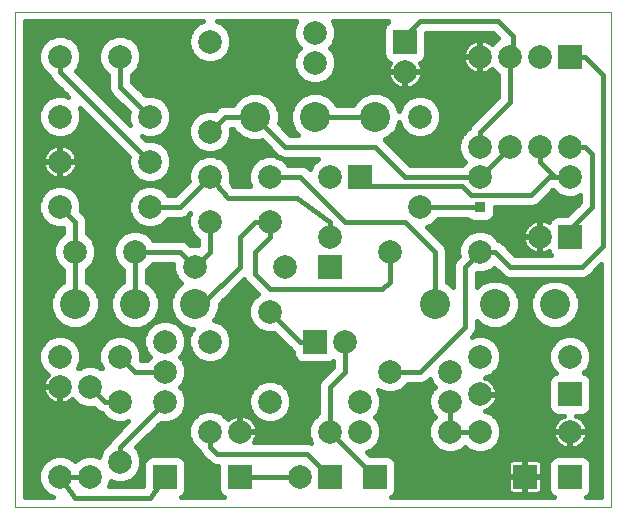
<source format=gbl>
G75*
%MOIN*%
%OFA0B0*%
%FSLAX25Y25*%
%IPPOS*%
%LPD*%
%AMOC8*
5,1,8,0,0,1.08239X$1,22.5*
%
%ADD10C,0.00000*%
%ADD11C,0.07874*%
%ADD12R,0.07874X0.07874*%
%ADD13C,0.10000*%
%ADD14C,0.01600*%
%ADD15R,0.03762X0.03762*%
D10*
X0001800Y0001800D02*
X0001800Y0166761D01*
X0200501Y0166761D01*
X0200501Y0001800D01*
X0001800Y0001800D01*
D11*
X0016800Y0011800D03*
X0026800Y0011800D03*
X0036800Y0016800D03*
X0036800Y0036800D03*
X0026800Y0041800D03*
X0016800Y0041800D03*
X0016800Y0051800D03*
X0036800Y0051800D03*
X0051800Y0046800D03*
X0051800Y0036800D03*
X0066800Y0026800D03*
X0076800Y0026800D03*
X0086800Y0036800D03*
X0106800Y0026800D03*
X0116800Y0026800D03*
X0116800Y0036800D03*
X0126800Y0046800D03*
X0111800Y0056800D03*
X0086800Y0066800D03*
X0091800Y0081800D03*
X0106800Y0091800D03*
X0126800Y0086800D03*
X0136800Y0101800D03*
X0156800Y0111800D03*
X0156800Y0121800D03*
X0166800Y0121800D03*
X0176800Y0121800D03*
X0186800Y0121800D03*
X0186800Y0111800D03*
X0176800Y0091800D03*
X0156800Y0086800D03*
X0156800Y0051800D03*
X0146800Y0046800D03*
X0156800Y0039300D03*
X0146800Y0036800D03*
X0146800Y0026800D03*
X0156800Y0026800D03*
X0186800Y0026800D03*
X0186800Y0051800D03*
X0106800Y0111800D03*
X0086800Y0111800D03*
X0086800Y0096800D03*
X0066800Y0096800D03*
X0066800Y0111800D03*
X0066800Y0126800D03*
X0046800Y0131800D03*
X0046800Y0116800D03*
X0046800Y0101800D03*
X0041800Y0086800D03*
X0021800Y0086800D03*
X0016800Y0101800D03*
X0016800Y0116800D03*
X0016800Y0131800D03*
X0016800Y0151800D03*
X0036800Y0151800D03*
X0066800Y0156800D03*
X0101800Y0159800D03*
X0101800Y0149800D03*
X0131800Y0146800D03*
X0136800Y0131800D03*
X0156800Y0151800D03*
X0166800Y0151800D03*
X0176800Y0151800D03*
X0061800Y0081800D03*
X0066800Y0056800D03*
X0051800Y0056800D03*
X0096800Y0011800D03*
D12*
X0106800Y0011800D03*
X0121800Y0011800D03*
X0076800Y0011800D03*
X0051800Y0011800D03*
X0101800Y0056800D03*
X0106800Y0081800D03*
X0116800Y0111800D03*
X0131800Y0156800D03*
X0186800Y0151800D03*
X0186800Y0091800D03*
X0186800Y0039300D03*
X0186800Y0011800D03*
X0171800Y0011800D03*
D13*
X0161800Y0069300D03*
X0141800Y0069300D03*
X0181800Y0069300D03*
X0121800Y0131800D03*
X0101800Y0131800D03*
X0081800Y0131800D03*
X0061800Y0069300D03*
X0041800Y0069300D03*
X0021800Y0069300D03*
D14*
X0021800Y0086800D01*
X0021800Y0096800D01*
X0016800Y0101800D01*
X0023570Y0104105D02*
X0040030Y0104105D01*
X0039663Y0103220D02*
X0039663Y0100380D01*
X0040750Y0097757D01*
X0042757Y0095750D01*
X0045380Y0094663D01*
X0048220Y0094663D01*
X0050843Y0095750D01*
X0052850Y0097757D01*
X0052868Y0097800D01*
X0057596Y0097800D01*
X0059066Y0098409D01*
X0060219Y0099562D01*
X0059663Y0098220D01*
X0059663Y0095380D01*
X0060750Y0092757D01*
X0062757Y0090750D01*
X0062800Y0090732D01*
X0062800Y0088937D01*
X0060380Y0088937D01*
X0060338Y0088919D01*
X0060191Y0089066D01*
X0059066Y0090191D01*
X0057596Y0090800D01*
X0047868Y0090800D01*
X0047850Y0090843D01*
X0045843Y0092850D01*
X0043220Y0093937D01*
X0040380Y0093937D01*
X0037757Y0092850D01*
X0035750Y0090843D01*
X0034663Y0088220D01*
X0034663Y0085380D01*
X0035750Y0082757D01*
X0037757Y0080750D01*
X0037800Y0080732D01*
X0037800Y0076519D01*
X0037155Y0076252D01*
X0034848Y0073945D01*
X0033600Y0070931D01*
X0033600Y0067669D01*
X0034848Y0064655D01*
X0037155Y0062348D01*
X0040169Y0061100D01*
X0043431Y0061100D01*
X0046445Y0062348D01*
X0048752Y0064655D01*
X0050000Y0067669D01*
X0050000Y0070931D01*
X0048752Y0073945D01*
X0046445Y0076252D01*
X0045800Y0076519D01*
X0045800Y0080732D01*
X0045843Y0080750D01*
X0047850Y0082757D01*
X0047868Y0082800D01*
X0054663Y0082800D01*
X0054663Y0080380D01*
X0055750Y0077757D01*
X0057226Y0076281D01*
X0057155Y0076252D01*
X0054848Y0073945D01*
X0053600Y0070931D01*
X0053600Y0067669D01*
X0054848Y0064655D01*
X0057155Y0062348D01*
X0060169Y0061100D01*
X0061007Y0061100D01*
X0060750Y0060843D01*
X0059663Y0058220D01*
X0059663Y0055380D01*
X0060750Y0052757D01*
X0062757Y0050750D01*
X0065380Y0049663D01*
X0068220Y0049663D01*
X0070843Y0050750D01*
X0072850Y0052757D01*
X0073937Y0055380D01*
X0073937Y0058220D01*
X0072850Y0060843D01*
X0070843Y0062850D01*
X0068220Y0063937D01*
X0068034Y0063937D01*
X0068752Y0064655D01*
X0070000Y0067669D01*
X0070000Y0069343D01*
X0078199Y0077542D01*
X0078409Y0077034D01*
X0079534Y0075909D01*
X0079534Y0075909D01*
X0082675Y0072768D01*
X0080750Y0070843D01*
X0079663Y0068220D01*
X0079663Y0065380D01*
X0080750Y0062757D01*
X0082757Y0060750D01*
X0085380Y0059663D01*
X0088220Y0059663D01*
X0088262Y0059681D01*
X0094534Y0053409D01*
X0094663Y0053356D01*
X0094663Y0052226D01*
X0095150Y0051050D01*
X0096050Y0050150D01*
X0097226Y0049663D01*
X0106374Y0049663D01*
X0107550Y0050150D01*
X0107800Y0050401D01*
X0107800Y0048457D01*
X0103409Y0044066D01*
X0102800Y0042596D01*
X0102800Y0032868D01*
X0102757Y0032850D01*
X0100750Y0030843D01*
X0099663Y0028220D01*
X0099663Y0025380D01*
X0100614Y0023085D01*
X0100096Y0023300D01*
X0081348Y0023300D01*
X0081707Y0023793D01*
X0082117Y0024598D01*
X0082396Y0025457D01*
X0082537Y0026348D01*
X0082537Y0026616D01*
X0076984Y0026616D01*
X0076984Y0026984D01*
X0076616Y0026984D01*
X0076616Y0032537D01*
X0076348Y0032537D01*
X0075457Y0032396D01*
X0074598Y0032117D01*
X0073793Y0031707D01*
X0073063Y0031176D01*
X0072790Y0030903D01*
X0070843Y0032850D01*
X0068220Y0033937D01*
X0065380Y0033937D01*
X0062757Y0032850D01*
X0060750Y0030843D01*
X0059663Y0028220D01*
X0059663Y0025380D01*
X0060750Y0022757D01*
X0062757Y0020750D01*
X0062936Y0020675D01*
X0063409Y0019534D01*
X0064534Y0018409D01*
X0067034Y0015909D01*
X0068504Y0015300D01*
X0069663Y0015300D01*
X0069663Y0007226D01*
X0070150Y0006050D01*
X0071050Y0005150D01*
X0071413Y0005000D01*
X0057187Y0005000D01*
X0057550Y0005150D01*
X0058450Y0006050D01*
X0058937Y0007226D01*
X0058937Y0016374D01*
X0058450Y0017550D01*
X0057550Y0018450D01*
X0056374Y0018937D01*
X0047226Y0018937D01*
X0046050Y0018450D01*
X0045150Y0017550D01*
X0044663Y0016374D01*
X0044663Y0008800D01*
X0033282Y0008800D01*
X0033895Y0010278D01*
X0035380Y0009663D01*
X0038220Y0009663D01*
X0040843Y0010750D01*
X0042850Y0012757D01*
X0043937Y0015380D01*
X0043937Y0018220D01*
X0042850Y0020843D01*
X0042175Y0021518D01*
X0050338Y0029681D01*
X0050380Y0029663D01*
X0053220Y0029663D01*
X0055843Y0030750D01*
X0057850Y0032757D01*
X0058937Y0035380D01*
X0058937Y0038220D01*
X0057850Y0040843D01*
X0056893Y0041800D01*
X0057850Y0042757D01*
X0058937Y0045380D01*
X0058937Y0048220D01*
X0057850Y0050843D01*
X0056893Y0051800D01*
X0057850Y0052757D01*
X0058937Y0055380D01*
X0058937Y0058220D01*
X0057850Y0060843D01*
X0055843Y0062850D01*
X0053220Y0063937D01*
X0050380Y0063937D01*
X0047757Y0062850D01*
X0045750Y0060843D01*
X0044663Y0058220D01*
X0044663Y0055380D01*
X0045750Y0052757D01*
X0046707Y0051800D01*
X0045750Y0050843D01*
X0045732Y0050800D01*
X0043937Y0050800D01*
X0043937Y0053220D01*
X0042850Y0055843D01*
X0040843Y0057850D01*
X0038220Y0058937D01*
X0035380Y0058937D01*
X0032757Y0057850D01*
X0030750Y0055843D01*
X0029663Y0053220D01*
X0029663Y0050380D01*
X0030684Y0047916D01*
X0028220Y0048937D01*
X0025380Y0048937D01*
X0022916Y0047916D01*
X0023937Y0050380D01*
X0023937Y0053220D01*
X0022850Y0055843D01*
X0020843Y0057850D01*
X0018220Y0058937D01*
X0015380Y0058937D01*
X0012757Y0057850D01*
X0010750Y0055843D01*
X0009663Y0053220D01*
X0009663Y0050380D01*
X0010750Y0047757D01*
X0012697Y0045810D01*
X0012424Y0045537D01*
X0011893Y0044807D01*
X0011483Y0044002D01*
X0011204Y0043143D01*
X0011063Y0042252D01*
X0011063Y0041984D01*
X0016616Y0041984D01*
X0016616Y0041616D01*
X0011063Y0041616D01*
X0011063Y0041348D01*
X0011204Y0040457D01*
X0011483Y0039598D01*
X0011893Y0038793D01*
X0012424Y0038063D01*
X0013063Y0037424D01*
X0013793Y0036893D01*
X0014598Y0036483D01*
X0015457Y0036204D01*
X0016348Y0036063D01*
X0016616Y0036063D01*
X0016616Y0041616D01*
X0016984Y0041616D01*
X0016984Y0036063D01*
X0017252Y0036063D01*
X0018143Y0036204D01*
X0019002Y0036483D01*
X0019807Y0036893D01*
X0020537Y0037424D01*
X0020810Y0037697D01*
X0022757Y0035750D01*
X0025380Y0034663D01*
X0028220Y0034663D01*
X0028262Y0034681D01*
X0029534Y0033409D01*
X0030675Y0032936D01*
X0030750Y0032757D01*
X0032757Y0030750D01*
X0035380Y0029663D01*
X0038220Y0029663D01*
X0039562Y0030219D01*
X0033409Y0024066D01*
X0032936Y0022925D01*
X0032757Y0022850D01*
X0030750Y0020843D01*
X0029705Y0018322D01*
X0028220Y0018937D01*
X0025380Y0018937D01*
X0022757Y0017850D01*
X0021800Y0016893D01*
X0020843Y0017850D01*
X0018220Y0018937D01*
X0015380Y0018937D01*
X0012757Y0017850D01*
X0010750Y0015843D01*
X0009663Y0013220D01*
X0009663Y0010380D01*
X0010750Y0007757D01*
X0012757Y0005750D01*
X0014567Y0005000D01*
X0005000Y0005000D01*
X0005000Y0163561D01*
X0064472Y0163561D01*
X0062757Y0162850D01*
X0060750Y0160843D01*
X0059663Y0158220D01*
X0059663Y0155380D01*
X0060750Y0152757D01*
X0062757Y0150750D01*
X0065380Y0149663D01*
X0068220Y0149663D01*
X0070843Y0150750D01*
X0072850Y0152757D01*
X0073937Y0155380D01*
X0073937Y0158220D01*
X0072850Y0160843D01*
X0070843Y0162850D01*
X0069128Y0163561D01*
X0095633Y0163561D01*
X0094663Y0161220D01*
X0094663Y0158380D01*
X0095750Y0155757D01*
X0096707Y0154800D01*
X0095750Y0153843D01*
X0094663Y0151220D01*
X0094663Y0148380D01*
X0095750Y0145757D01*
X0097757Y0143750D01*
X0100380Y0142663D01*
X0103220Y0142663D01*
X0105843Y0143750D01*
X0107850Y0145757D01*
X0108937Y0148380D01*
X0108937Y0151220D01*
X0107850Y0153843D01*
X0106893Y0154800D01*
X0107850Y0155757D01*
X0108937Y0158380D01*
X0108937Y0161220D01*
X0107967Y0163561D01*
X0126318Y0163561D01*
X0126050Y0163450D01*
X0125150Y0162550D01*
X0124663Y0161374D01*
X0124663Y0152226D01*
X0125150Y0151050D01*
X0126050Y0150150D01*
X0126891Y0149802D01*
X0126483Y0149002D01*
X0126204Y0148143D01*
X0126063Y0147252D01*
X0126063Y0146984D01*
X0131616Y0146984D01*
X0131616Y0146616D01*
X0131984Y0146616D01*
X0131984Y0141063D01*
X0132252Y0141063D01*
X0133143Y0141204D01*
X0134002Y0141483D01*
X0134807Y0141893D01*
X0135537Y0142424D01*
X0136176Y0143063D01*
X0136707Y0143793D01*
X0137117Y0144598D01*
X0137396Y0145457D01*
X0137537Y0146348D01*
X0137537Y0146616D01*
X0131984Y0146616D01*
X0131984Y0146984D01*
X0137537Y0146984D01*
X0137537Y0147252D01*
X0137396Y0148143D01*
X0137117Y0149002D01*
X0136709Y0149802D01*
X0137550Y0150150D01*
X0138450Y0151050D01*
X0138937Y0152226D01*
X0138937Y0159800D01*
X0161143Y0159800D01*
X0162994Y0157949D01*
X0162757Y0157850D01*
X0160810Y0155903D01*
X0160537Y0156176D01*
X0159807Y0156707D01*
X0159002Y0157117D01*
X0158143Y0157396D01*
X0157252Y0157537D01*
X0156984Y0157537D01*
X0156984Y0151984D01*
X0156616Y0151984D01*
X0156616Y0151616D01*
X0156984Y0151616D01*
X0156984Y0146063D01*
X0157252Y0146063D01*
X0158143Y0146204D01*
X0159002Y0146483D01*
X0159807Y0146893D01*
X0160537Y0147424D01*
X0160810Y0147697D01*
X0162757Y0145750D01*
X0162800Y0145732D01*
X0162800Y0138457D01*
X0153409Y0129066D01*
X0152936Y0127925D01*
X0152757Y0127850D01*
X0150750Y0125843D01*
X0149663Y0123220D01*
X0149663Y0120380D01*
X0150750Y0117757D01*
X0151707Y0116800D01*
X0150750Y0115843D01*
X0150732Y0115800D01*
X0133457Y0115800D01*
X0125191Y0124066D01*
X0125005Y0124252D01*
X0126445Y0124848D01*
X0128752Y0127155D01*
X0129875Y0129868D01*
X0130750Y0127757D01*
X0132757Y0125750D01*
X0135380Y0124663D01*
X0138220Y0124663D01*
X0140843Y0125750D01*
X0142850Y0127757D01*
X0143937Y0130380D01*
X0143937Y0133220D01*
X0142850Y0135843D01*
X0140843Y0137850D01*
X0138220Y0138937D01*
X0135380Y0138937D01*
X0132757Y0137850D01*
X0130750Y0135843D01*
X0129875Y0133732D01*
X0128752Y0136445D01*
X0126445Y0138752D01*
X0123431Y0140000D01*
X0120169Y0140000D01*
X0117155Y0138752D01*
X0114848Y0136445D01*
X0114581Y0135800D01*
X0109019Y0135800D01*
X0108752Y0136445D01*
X0106445Y0138752D01*
X0103431Y0140000D01*
X0100169Y0140000D01*
X0097155Y0138752D01*
X0094848Y0136445D01*
X0093600Y0133431D01*
X0093600Y0130169D01*
X0094848Y0127155D01*
X0096203Y0125800D01*
X0093457Y0125800D01*
X0089733Y0129524D01*
X0090000Y0130169D01*
X0090000Y0133431D01*
X0088752Y0136445D01*
X0086445Y0138752D01*
X0083431Y0140000D01*
X0080169Y0140000D01*
X0077155Y0138752D01*
X0074848Y0136445D01*
X0074581Y0135800D01*
X0071004Y0135800D01*
X0069534Y0135191D01*
X0068409Y0134066D01*
X0068409Y0134066D01*
X0068262Y0133919D01*
X0068220Y0133937D01*
X0065380Y0133937D01*
X0062757Y0132850D01*
X0060750Y0130843D01*
X0059663Y0128220D01*
X0059663Y0125380D01*
X0060750Y0122757D01*
X0062757Y0120750D01*
X0065380Y0119663D01*
X0068220Y0119663D01*
X0070843Y0120750D01*
X0072850Y0122757D01*
X0073937Y0125380D01*
X0073937Y0127800D01*
X0074581Y0127800D01*
X0074848Y0127155D01*
X0077155Y0124848D01*
X0080169Y0123600D01*
X0083431Y0123600D01*
X0084076Y0123867D01*
X0089534Y0118409D01*
X0091004Y0117800D01*
X0102707Y0117800D01*
X0100750Y0115843D01*
X0100065Y0114191D01*
X0099066Y0115191D01*
X0097596Y0115800D01*
X0092868Y0115800D01*
X0092850Y0115843D01*
X0090843Y0117850D01*
X0088220Y0118937D01*
X0085380Y0118937D01*
X0082757Y0117850D01*
X0080750Y0115843D01*
X0079663Y0113220D01*
X0079663Y0110380D01*
X0080318Y0108800D01*
X0074640Y0108800D01*
X0073725Y0109868D01*
X0073937Y0110380D01*
X0073937Y0113220D01*
X0072850Y0115843D01*
X0070843Y0117850D01*
X0068220Y0118937D01*
X0065380Y0118937D01*
X0062757Y0117850D01*
X0060750Y0115843D01*
X0059663Y0113220D01*
X0059663Y0110380D01*
X0059681Y0110338D01*
X0055143Y0105800D01*
X0052868Y0105800D01*
X0052850Y0105843D01*
X0050843Y0107850D01*
X0048220Y0108937D01*
X0045380Y0108937D01*
X0042757Y0107850D01*
X0040750Y0105843D01*
X0039663Y0103220D01*
X0039663Y0102506D02*
X0023937Y0102506D01*
X0023937Y0103220D02*
X0023937Y0100380D01*
X0023919Y0100338D01*
X0025191Y0099066D01*
X0025800Y0097596D01*
X0025800Y0092868D01*
X0025843Y0092850D01*
X0027850Y0090843D01*
X0028937Y0088220D01*
X0028937Y0085380D01*
X0027850Y0082757D01*
X0025843Y0080750D01*
X0025800Y0080732D01*
X0025800Y0076519D01*
X0026445Y0076252D01*
X0028752Y0073945D01*
X0030000Y0070931D01*
X0030000Y0067669D01*
X0028752Y0064655D01*
X0026445Y0062348D01*
X0023431Y0061100D01*
X0020169Y0061100D01*
X0017155Y0062348D01*
X0014848Y0064655D01*
X0013600Y0067669D01*
X0013600Y0070931D01*
X0014848Y0073945D01*
X0017155Y0076252D01*
X0017800Y0076519D01*
X0017800Y0080732D01*
X0017757Y0080750D01*
X0015750Y0082757D01*
X0014663Y0085380D01*
X0014663Y0088220D01*
X0015750Y0090843D01*
X0017757Y0092850D01*
X0017800Y0092868D01*
X0017800Y0094663D01*
X0015380Y0094663D01*
X0012757Y0095750D01*
X0010750Y0097757D01*
X0009663Y0100380D01*
X0009663Y0103220D01*
X0010750Y0105843D01*
X0012757Y0107850D01*
X0015380Y0108937D01*
X0018220Y0108937D01*
X0020843Y0107850D01*
X0022850Y0105843D01*
X0023937Y0103220D01*
X0022908Y0105703D02*
X0040692Y0105703D01*
X0042209Y0107302D02*
X0021391Y0107302D01*
X0018308Y0108900D02*
X0045292Y0108900D01*
X0045380Y0109663D02*
X0042757Y0110750D01*
X0040750Y0112757D01*
X0039663Y0115380D01*
X0039663Y0118220D01*
X0039681Y0118262D01*
X0023381Y0134562D01*
X0023937Y0133220D01*
X0023937Y0130380D01*
X0022850Y0127757D01*
X0020843Y0125750D01*
X0018220Y0124663D01*
X0015380Y0124663D01*
X0012757Y0125750D01*
X0010750Y0127757D01*
X0009663Y0130380D01*
X0009663Y0133220D01*
X0010750Y0135843D01*
X0012757Y0137850D01*
X0015380Y0138937D01*
X0018220Y0138937D01*
X0019562Y0138381D01*
X0014534Y0143409D01*
X0013409Y0144534D01*
X0012936Y0145675D01*
X0012757Y0145750D01*
X0010750Y0147757D01*
X0009663Y0150380D01*
X0009663Y0153220D01*
X0010750Y0155843D01*
X0012757Y0157850D01*
X0015380Y0158937D01*
X0018220Y0158937D01*
X0020843Y0157850D01*
X0022850Y0155843D01*
X0023937Y0153220D01*
X0023937Y0150380D01*
X0022850Y0147757D01*
X0022175Y0147082D01*
X0040219Y0129038D01*
X0039663Y0130380D01*
X0039663Y0133220D01*
X0039681Y0133262D01*
X0034534Y0138409D01*
X0034534Y0138409D01*
X0033409Y0139534D01*
X0032800Y0141004D01*
X0032800Y0145732D01*
X0032757Y0145750D01*
X0030750Y0147757D01*
X0029663Y0150380D01*
X0029663Y0153220D01*
X0030750Y0155843D01*
X0032757Y0157850D01*
X0035380Y0158937D01*
X0038220Y0158937D01*
X0040843Y0157850D01*
X0042850Y0155843D01*
X0043937Y0153220D01*
X0043937Y0150380D01*
X0042850Y0147757D01*
X0040843Y0145750D01*
X0040800Y0145732D01*
X0040800Y0143457D01*
X0045338Y0138919D01*
X0045380Y0138937D01*
X0048220Y0138937D01*
X0050843Y0137850D01*
X0052850Y0135843D01*
X0053937Y0133220D01*
X0053937Y0130380D01*
X0052850Y0127757D01*
X0050843Y0125750D01*
X0048220Y0124663D01*
X0045380Y0124663D01*
X0044038Y0125219D01*
X0045338Y0123919D01*
X0045380Y0123937D01*
X0048220Y0123937D01*
X0050843Y0122850D01*
X0052850Y0120843D01*
X0053937Y0118220D01*
X0053937Y0115380D01*
X0052850Y0112757D01*
X0050843Y0110750D01*
X0048220Y0109663D01*
X0045380Y0109663D01*
X0043363Y0110499D02*
X0005000Y0110499D01*
X0005000Y0112097D02*
X0013512Y0112097D01*
X0013793Y0111893D02*
X0014598Y0111483D01*
X0015457Y0111204D01*
X0016348Y0111063D01*
X0016616Y0111063D01*
X0016616Y0116616D01*
X0016984Y0116616D01*
X0016984Y0111063D01*
X0017252Y0111063D01*
X0018143Y0111204D01*
X0019002Y0111483D01*
X0019807Y0111893D01*
X0020537Y0112424D01*
X0021176Y0113063D01*
X0021707Y0113793D01*
X0022117Y0114598D01*
X0022396Y0115457D01*
X0022537Y0116348D01*
X0022537Y0116616D01*
X0016984Y0116616D01*
X0016984Y0116984D01*
X0022537Y0116984D01*
X0022537Y0117252D01*
X0022396Y0118143D01*
X0022117Y0119002D01*
X0021707Y0119807D01*
X0021176Y0120537D01*
X0020537Y0121176D01*
X0019807Y0121707D01*
X0019002Y0122117D01*
X0018143Y0122396D01*
X0017252Y0122537D01*
X0016984Y0122537D01*
X0016984Y0116984D01*
X0016616Y0116984D01*
X0016616Y0116616D01*
X0011063Y0116616D01*
X0011063Y0116348D01*
X0011204Y0115457D01*
X0011483Y0114598D01*
X0011893Y0113793D01*
X0012424Y0113063D01*
X0013063Y0112424D01*
X0013793Y0111893D01*
X0011964Y0113696D02*
X0005000Y0113696D01*
X0005000Y0115294D02*
X0011257Y0115294D01*
X0011063Y0116984D02*
X0016616Y0116984D01*
X0016616Y0122537D01*
X0016348Y0122537D01*
X0015457Y0122396D01*
X0014598Y0122117D01*
X0013793Y0121707D01*
X0013063Y0121176D01*
X0012424Y0120537D01*
X0011893Y0119807D01*
X0011483Y0119002D01*
X0011204Y0118143D01*
X0011063Y0117252D01*
X0011063Y0116984D01*
X0011317Y0118491D02*
X0005000Y0118491D01*
X0005000Y0116893D02*
X0016616Y0116893D01*
X0016984Y0116893D02*
X0039663Y0116893D01*
X0039699Y0115294D02*
X0022343Y0115294D01*
X0021636Y0113696D02*
X0040361Y0113696D01*
X0041409Y0112097D02*
X0020088Y0112097D01*
X0016984Y0112097D02*
X0016616Y0112097D01*
X0016616Y0113696D02*
X0016984Y0113696D01*
X0016984Y0115294D02*
X0016616Y0115294D01*
X0016616Y0118491D02*
X0016984Y0118491D01*
X0016984Y0120090D02*
X0016616Y0120090D01*
X0016616Y0121688D02*
X0016984Y0121688D01*
X0019832Y0121688D02*
X0036255Y0121688D01*
X0037853Y0120090D02*
X0021501Y0120090D01*
X0022283Y0118491D02*
X0039452Y0118491D01*
X0034656Y0123287D02*
X0005000Y0123287D01*
X0005000Y0124885D02*
X0014843Y0124885D01*
X0012023Y0126484D02*
X0005000Y0126484D01*
X0005000Y0128082D02*
X0010615Y0128082D01*
X0009953Y0129681D02*
X0005000Y0129681D01*
X0005000Y0131279D02*
X0009663Y0131279D01*
X0009663Y0132878D02*
X0005000Y0132878D01*
X0005000Y0134476D02*
X0010184Y0134476D01*
X0010982Y0136075D02*
X0005000Y0136075D01*
X0005000Y0137673D02*
X0012580Y0137673D01*
X0017073Y0140870D02*
X0005000Y0140870D01*
X0005000Y0139272D02*
X0018671Y0139272D01*
X0015474Y0142469D02*
X0005000Y0142469D01*
X0005000Y0144068D02*
X0013876Y0144068D01*
X0012940Y0145666D02*
X0005000Y0145666D01*
X0005000Y0147265D02*
X0011242Y0147265D01*
X0010291Y0148863D02*
X0005000Y0148863D01*
X0005000Y0150462D02*
X0009663Y0150462D01*
X0009663Y0152060D02*
X0005000Y0152060D01*
X0005000Y0153659D02*
X0009845Y0153659D01*
X0010507Y0155257D02*
X0005000Y0155257D01*
X0005000Y0156856D02*
X0011762Y0156856D01*
X0014215Y0158454D02*
X0005000Y0158454D01*
X0005000Y0160053D02*
X0060422Y0160053D01*
X0059760Y0158454D02*
X0039385Y0158454D01*
X0041838Y0156856D02*
X0059663Y0156856D01*
X0059714Y0155257D02*
X0043093Y0155257D01*
X0043755Y0153659D02*
X0060376Y0153659D01*
X0061447Y0152060D02*
X0043937Y0152060D01*
X0043937Y0150462D02*
X0063452Y0150462D01*
X0070148Y0150462D02*
X0094663Y0150462D01*
X0094663Y0148863D02*
X0043309Y0148863D01*
X0042358Y0147265D02*
X0095125Y0147265D01*
X0095841Y0145666D02*
X0040800Y0145666D01*
X0040800Y0144068D02*
X0097439Y0144068D01*
X0098411Y0139272D02*
X0085189Y0139272D01*
X0087523Y0137673D02*
X0096077Y0137673D01*
X0094695Y0136075D02*
X0088905Y0136075D01*
X0089567Y0134476D02*
X0094033Y0134476D01*
X0093600Y0132878D02*
X0090000Y0132878D01*
X0090000Y0131279D02*
X0093600Y0131279D01*
X0093802Y0129681D02*
X0089798Y0129681D01*
X0091174Y0128082D02*
X0094464Y0128082D01*
X0095520Y0126484D02*
X0092773Y0126484D01*
X0091800Y0121800D02*
X0081800Y0131800D01*
X0071800Y0131800D01*
X0066800Y0126800D01*
X0061186Y0131279D02*
X0053937Y0131279D01*
X0053937Y0132878D02*
X0062824Y0132878D01*
X0060268Y0129681D02*
X0053647Y0129681D01*
X0052985Y0128082D02*
X0059663Y0128082D01*
X0059663Y0126484D02*
X0051577Y0126484D01*
X0048756Y0124885D02*
X0059868Y0124885D01*
X0060530Y0123287D02*
X0049789Y0123287D01*
X0052005Y0121688D02*
X0061818Y0121688D01*
X0064350Y0120090D02*
X0053162Y0120090D01*
X0053824Y0118491D02*
X0064304Y0118491D01*
X0061800Y0116893D02*
X0053937Y0116893D01*
X0053901Y0115294D02*
X0060522Y0115294D01*
X0059860Y0113696D02*
X0053239Y0113696D01*
X0052191Y0112097D02*
X0059663Y0112097D01*
X0059663Y0110499D02*
X0050237Y0110499D01*
X0048308Y0108900D02*
X0058243Y0108900D01*
X0056645Y0107302D02*
X0051391Y0107302D01*
X0046800Y0101800D02*
X0056800Y0101800D01*
X0066800Y0111800D01*
X0072800Y0104800D01*
X0095800Y0104800D01*
X0106800Y0096800D01*
X0106800Y0091800D01*
X0111800Y0096800D02*
X0131800Y0096800D01*
X0141800Y0086800D01*
X0141800Y0069300D01*
X0147800Y0074897D02*
X0146445Y0076252D01*
X0145800Y0076519D01*
X0145800Y0087596D01*
X0145191Y0089066D01*
X0139191Y0095065D01*
X0140843Y0095750D01*
X0142850Y0097757D01*
X0142868Y0097800D01*
X0152512Y0097800D01*
X0153106Y0097206D01*
X0154282Y0096719D01*
X0159318Y0096719D01*
X0160494Y0097206D01*
X0161394Y0098106D01*
X0161881Y0099282D01*
X0161881Y0101800D01*
X0174596Y0101800D01*
X0176066Y0102409D01*
X0181082Y0107425D01*
X0182757Y0105750D01*
X0185380Y0104663D01*
X0188220Y0104663D01*
X0190300Y0105525D01*
X0190300Y0103457D01*
X0185780Y0098937D01*
X0182226Y0098937D01*
X0181050Y0098450D01*
X0180150Y0097550D01*
X0179802Y0096709D01*
X0179002Y0097117D01*
X0178143Y0097396D01*
X0177252Y0097537D01*
X0176984Y0097537D01*
X0176984Y0091984D01*
X0176616Y0091984D01*
X0176616Y0091616D01*
X0176984Y0091616D01*
X0176984Y0086063D01*
X0177252Y0086063D01*
X0178143Y0086204D01*
X0179002Y0086483D01*
X0179802Y0086891D01*
X0180150Y0086050D01*
X0180401Y0085800D01*
X0168457Y0085800D01*
X0164066Y0090191D01*
X0162925Y0090664D01*
X0162850Y0090843D01*
X0160843Y0092850D01*
X0158220Y0093937D01*
X0155380Y0093937D01*
X0152757Y0092850D01*
X0150750Y0090843D01*
X0149663Y0088220D01*
X0149663Y0085380D01*
X0149681Y0085338D01*
X0148409Y0084066D01*
X0147800Y0082596D01*
X0147800Y0074897D01*
X0147800Y0075332D02*
X0147365Y0075332D01*
X0147800Y0076930D02*
X0145800Y0076930D01*
X0145800Y0078529D02*
X0147800Y0078529D01*
X0147800Y0080127D02*
X0145800Y0080127D01*
X0145800Y0081726D02*
X0147800Y0081726D01*
X0148102Y0083324D02*
X0145800Y0083324D01*
X0145800Y0084923D02*
X0149266Y0084923D01*
X0149663Y0086521D02*
X0145800Y0086521D01*
X0145583Y0088120D02*
X0149663Y0088120D01*
X0150284Y0089718D02*
X0144539Y0089718D01*
X0142940Y0091317D02*
X0151223Y0091317D01*
X0152913Y0092915D02*
X0141342Y0092915D01*
X0139743Y0094514D02*
X0171744Y0094514D01*
X0171893Y0094807D02*
X0171483Y0094002D01*
X0171204Y0093143D01*
X0171063Y0092252D01*
X0171063Y0091984D01*
X0176616Y0091984D01*
X0176616Y0097537D01*
X0176348Y0097537D01*
X0175457Y0097396D01*
X0174598Y0097117D01*
X0173793Y0096707D01*
X0173063Y0096176D01*
X0172424Y0095537D01*
X0171893Y0094807D01*
X0172999Y0096112D02*
X0141205Y0096112D01*
X0142804Y0097711D02*
X0152602Y0097711D01*
X0156800Y0101800D02*
X0136800Y0101800D01*
X0131800Y0111800D02*
X0121800Y0121800D01*
X0091800Y0121800D01*
X0089452Y0118491D02*
X0089296Y0118491D01*
X0087853Y0120090D02*
X0069250Y0120090D01*
X0069296Y0118491D02*
X0084304Y0118491D01*
X0081800Y0116893D02*
X0071800Y0116893D01*
X0073078Y0115294D02*
X0080522Y0115294D01*
X0079860Y0113696D02*
X0073740Y0113696D01*
X0073937Y0112097D02*
X0079663Y0112097D01*
X0079663Y0110499D02*
X0073937Y0110499D01*
X0074554Y0108900D02*
X0080276Y0108900D01*
X0086800Y0111800D02*
X0096800Y0111800D01*
X0111800Y0096800D01*
X0119800Y0108800D02*
X0150800Y0108800D01*
X0153800Y0105800D01*
X0173800Y0105800D01*
X0179800Y0111800D01*
X0181800Y0111800D01*
X0176800Y0116800D01*
X0176800Y0121800D01*
X0166800Y0121800D02*
X0156800Y0111800D01*
X0131800Y0111800D01*
X0132364Y0116893D02*
X0151614Y0116893D01*
X0150445Y0118491D02*
X0130766Y0118491D01*
X0129167Y0120090D02*
X0149783Y0120090D01*
X0149663Y0121688D02*
X0127568Y0121688D01*
X0125970Y0123287D02*
X0149691Y0123287D01*
X0150353Y0124885D02*
X0138756Y0124885D01*
X0141577Y0126484D02*
X0151391Y0126484D01*
X0153002Y0128082D02*
X0142985Y0128082D01*
X0143647Y0129681D02*
X0154024Y0129681D01*
X0155623Y0131279D02*
X0143937Y0131279D01*
X0143937Y0132878D02*
X0157221Y0132878D01*
X0158820Y0134476D02*
X0143416Y0134476D01*
X0142618Y0136075D02*
X0160418Y0136075D01*
X0162017Y0137673D02*
X0141020Y0137673D01*
X0135582Y0142469D02*
X0162800Y0142469D01*
X0162800Y0140870D02*
X0043386Y0140870D01*
X0044985Y0139272D02*
X0078411Y0139272D01*
X0076077Y0137673D02*
X0051020Y0137673D01*
X0052618Y0136075D02*
X0074695Y0136075D01*
X0068820Y0134476D02*
X0053416Y0134476D01*
X0046800Y0131800D02*
X0036800Y0141800D01*
X0036800Y0151800D01*
X0031762Y0156856D02*
X0021838Y0156856D01*
X0023093Y0155257D02*
X0030507Y0155257D01*
X0029845Y0153659D02*
X0023755Y0153659D01*
X0023937Y0152060D02*
X0029663Y0152060D01*
X0029663Y0150462D02*
X0023937Y0150462D01*
X0023309Y0148863D02*
X0030291Y0148863D01*
X0031242Y0147265D02*
X0022358Y0147265D01*
X0023591Y0145666D02*
X0032800Y0145666D01*
X0032800Y0144068D02*
X0025189Y0144068D01*
X0026788Y0142469D02*
X0032800Y0142469D01*
X0032855Y0140870D02*
X0028386Y0140870D01*
X0029985Y0139272D02*
X0033671Y0139272D01*
X0035270Y0137673D02*
X0031583Y0137673D01*
X0033182Y0136075D02*
X0036868Y0136075D01*
X0038467Y0134476D02*
X0034780Y0134476D01*
X0036379Y0132878D02*
X0039663Y0132878D01*
X0039663Y0131279D02*
X0037977Y0131279D01*
X0039576Y0129681D02*
X0039953Y0129681D01*
X0044371Y0124885D02*
X0044843Y0124885D01*
X0046800Y0116800D02*
X0016800Y0146800D01*
X0016800Y0151800D01*
X0019385Y0158454D02*
X0034215Y0158454D01*
X0041788Y0142469D02*
X0128018Y0142469D01*
X0128063Y0142424D02*
X0128793Y0141893D01*
X0129598Y0141483D01*
X0130457Y0141204D01*
X0131348Y0141063D01*
X0131616Y0141063D01*
X0131616Y0146616D01*
X0126063Y0146616D01*
X0126063Y0146348D01*
X0126204Y0145457D01*
X0126483Y0144598D01*
X0126893Y0143793D01*
X0127424Y0143063D01*
X0128063Y0142424D01*
X0126753Y0144068D02*
X0106161Y0144068D01*
X0107759Y0145666D02*
X0126171Y0145666D01*
X0126065Y0147265D02*
X0108475Y0147265D01*
X0108937Y0148863D02*
X0126438Y0148863D01*
X0125739Y0150462D02*
X0108937Y0150462D01*
X0108589Y0152060D02*
X0124732Y0152060D01*
X0124663Y0153659D02*
X0107927Y0153659D01*
X0107350Y0155257D02*
X0124663Y0155257D01*
X0124663Y0156856D02*
X0108305Y0156856D01*
X0108937Y0158454D02*
X0124663Y0158454D01*
X0124663Y0160053D02*
X0108937Y0160053D01*
X0108758Y0161651D02*
X0124778Y0161651D01*
X0125850Y0163250D02*
X0108096Y0163250D01*
X0096250Y0155257D02*
X0073886Y0155257D01*
X0073937Y0156856D02*
X0095295Y0156856D01*
X0094663Y0158454D02*
X0073840Y0158454D01*
X0073178Y0160053D02*
X0094663Y0160053D01*
X0094842Y0161651D02*
X0072042Y0161651D01*
X0069879Y0163250D02*
X0095504Y0163250D01*
X0095673Y0153659D02*
X0073224Y0153659D01*
X0072153Y0152060D02*
X0095011Y0152060D01*
X0105189Y0139272D02*
X0118411Y0139272D01*
X0116077Y0137673D02*
X0107523Y0137673D01*
X0108905Y0136075D02*
X0114695Y0136075D01*
X0121800Y0131800D02*
X0101800Y0131800D01*
X0086255Y0121688D02*
X0071782Y0121688D01*
X0073070Y0123287D02*
X0084656Y0123287D01*
X0077118Y0124885D02*
X0073732Y0124885D01*
X0073937Y0126484D02*
X0075520Y0126484D01*
X0091800Y0116893D02*
X0101800Y0116893D01*
X0100522Y0115294D02*
X0098816Y0115294D01*
X0116800Y0111800D02*
X0119800Y0108800D01*
X0126482Y0124885D02*
X0134843Y0124885D01*
X0132023Y0126484D02*
X0128080Y0126484D01*
X0129136Y0128082D02*
X0130615Y0128082D01*
X0129953Y0129681D02*
X0129798Y0129681D01*
X0129567Y0134476D02*
X0130184Y0134476D01*
X0130982Y0136075D02*
X0128905Y0136075D01*
X0127523Y0137673D02*
X0132580Y0137673D01*
X0131984Y0142469D02*
X0131616Y0142469D01*
X0131616Y0144068D02*
X0131984Y0144068D01*
X0131984Y0145666D02*
X0131616Y0145666D01*
X0136847Y0144068D02*
X0162800Y0144068D01*
X0162800Y0145666D02*
X0137429Y0145666D01*
X0137535Y0147265D02*
X0153282Y0147265D01*
X0153063Y0147424D02*
X0153793Y0146893D01*
X0154598Y0146483D01*
X0155457Y0146204D01*
X0156348Y0146063D01*
X0156616Y0146063D01*
X0156616Y0151616D01*
X0151063Y0151616D01*
X0151063Y0151348D01*
X0151204Y0150457D01*
X0151483Y0149598D01*
X0151893Y0148793D01*
X0152424Y0148063D01*
X0153063Y0147424D01*
X0151858Y0148863D02*
X0137162Y0148863D01*
X0137861Y0150462D02*
X0151203Y0150462D01*
X0151063Y0151984D02*
X0156616Y0151984D01*
X0156616Y0157537D01*
X0156348Y0157537D01*
X0155457Y0157396D01*
X0154598Y0157117D01*
X0153793Y0156707D01*
X0153063Y0156176D01*
X0152424Y0155537D01*
X0151893Y0154807D01*
X0151483Y0154002D01*
X0151204Y0153143D01*
X0151063Y0152252D01*
X0151063Y0151984D01*
X0151063Y0152060D02*
X0138868Y0152060D01*
X0138937Y0153659D02*
X0151372Y0153659D01*
X0152220Y0155257D02*
X0138937Y0155257D01*
X0138937Y0156856D02*
X0154085Y0156856D01*
X0156616Y0156856D02*
X0156984Y0156856D01*
X0156984Y0155257D02*
X0156616Y0155257D01*
X0156616Y0153659D02*
X0156984Y0153659D01*
X0156984Y0152060D02*
X0156616Y0152060D01*
X0156616Y0150462D02*
X0156984Y0150462D01*
X0156984Y0148863D02*
X0156616Y0148863D01*
X0156616Y0147265D02*
X0156984Y0147265D01*
X0160318Y0147265D02*
X0161242Y0147265D01*
X0166800Y0151800D02*
X0166800Y0136800D01*
X0156800Y0126800D01*
X0156800Y0121800D01*
X0162800Y0139272D02*
X0125189Y0139272D01*
X0131800Y0156800D02*
X0131800Y0158800D01*
X0136800Y0163800D01*
X0162800Y0163800D01*
X0167800Y0158800D01*
X0167800Y0152800D01*
X0166800Y0151800D01*
X0161762Y0156856D02*
X0159515Y0156856D01*
X0162489Y0158454D02*
X0138937Y0158454D01*
X0186800Y0151800D02*
X0191800Y0151800D01*
X0197800Y0145800D01*
X0197800Y0088800D01*
X0190800Y0081800D01*
X0166800Y0081800D01*
X0161800Y0086800D01*
X0156800Y0086800D01*
X0151800Y0081800D01*
X0151800Y0061800D01*
X0136800Y0046800D01*
X0126800Y0046800D01*
X0131856Y0041763D02*
X0141670Y0041763D01*
X0141707Y0041800D02*
X0140750Y0040843D01*
X0139663Y0038220D01*
X0139663Y0035380D01*
X0140750Y0032757D01*
X0141707Y0031800D01*
X0140750Y0030843D01*
X0139663Y0028220D01*
X0139663Y0025380D01*
X0140750Y0022757D01*
X0142757Y0020750D01*
X0145380Y0019663D01*
X0148220Y0019663D01*
X0150843Y0020750D01*
X0151800Y0021707D01*
X0152757Y0020750D01*
X0155380Y0019663D01*
X0158220Y0019663D01*
X0160843Y0020750D01*
X0162850Y0022757D01*
X0163937Y0025380D01*
X0163937Y0028220D01*
X0162850Y0030843D01*
X0160843Y0032850D01*
X0158501Y0033820D01*
X0159002Y0033983D01*
X0159807Y0034393D01*
X0160537Y0034924D01*
X0161176Y0035563D01*
X0161707Y0036293D01*
X0162117Y0037098D01*
X0162396Y0037957D01*
X0162537Y0038848D01*
X0162537Y0039116D01*
X0156984Y0039116D01*
X0156984Y0039484D01*
X0162537Y0039484D01*
X0162537Y0039752D01*
X0162396Y0040643D01*
X0162117Y0041502D01*
X0161707Y0042307D01*
X0161176Y0043037D01*
X0160537Y0043676D01*
X0159807Y0044207D01*
X0159002Y0044617D01*
X0158501Y0044780D01*
X0160843Y0045750D01*
X0162850Y0047757D01*
X0163937Y0050380D01*
X0163937Y0053220D01*
X0162850Y0055843D01*
X0160843Y0057850D01*
X0158220Y0058937D01*
X0155380Y0058937D01*
X0154038Y0058381D01*
X0154066Y0058409D01*
X0155191Y0059534D01*
X0155800Y0061004D01*
X0155800Y0063703D01*
X0157155Y0062348D01*
X0160169Y0061100D01*
X0163431Y0061100D01*
X0166445Y0062348D01*
X0168752Y0064655D01*
X0170000Y0067669D01*
X0170000Y0070931D01*
X0168752Y0073945D01*
X0166445Y0076252D01*
X0163431Y0077500D01*
X0160169Y0077500D01*
X0157155Y0076252D01*
X0155800Y0074897D01*
X0155800Y0079663D01*
X0158220Y0079663D01*
X0160843Y0080750D01*
X0161518Y0081425D01*
X0163409Y0079534D01*
X0164534Y0078409D01*
X0166004Y0077800D01*
X0191596Y0077800D01*
X0193066Y0078409D01*
X0197301Y0082644D01*
X0197301Y0005000D01*
X0192187Y0005000D01*
X0192550Y0005150D01*
X0193450Y0006050D01*
X0193937Y0007226D01*
X0193937Y0016374D01*
X0193450Y0017550D01*
X0192550Y0018450D01*
X0191374Y0018937D01*
X0182226Y0018937D01*
X0181050Y0018450D01*
X0180150Y0017550D01*
X0179663Y0016374D01*
X0179663Y0007226D01*
X0180150Y0006050D01*
X0181050Y0005150D01*
X0181413Y0005000D01*
X0127187Y0005000D01*
X0127550Y0005150D01*
X0128450Y0006050D01*
X0128937Y0007226D01*
X0128937Y0016374D01*
X0128450Y0017550D01*
X0127550Y0018450D01*
X0126374Y0018937D01*
X0120320Y0018937D01*
X0119191Y0020065D01*
X0120843Y0020750D01*
X0122850Y0022757D01*
X0123937Y0025380D01*
X0123937Y0028220D01*
X0122850Y0030843D01*
X0121893Y0031800D01*
X0122850Y0032757D01*
X0123937Y0035380D01*
X0123937Y0038220D01*
X0122916Y0040684D01*
X0125380Y0039663D01*
X0128220Y0039663D01*
X0130843Y0040750D01*
X0132850Y0042757D01*
X0132868Y0042800D01*
X0137596Y0042800D01*
X0139066Y0043409D01*
X0140065Y0044409D01*
X0140750Y0042757D01*
X0141707Y0041800D01*
X0140499Y0043361D02*
X0138951Y0043361D01*
X0140468Y0040164D02*
X0129430Y0040164D01*
X0124170Y0040164D02*
X0123131Y0040164D01*
X0123794Y0038566D02*
X0139806Y0038566D01*
X0139663Y0036967D02*
X0123937Y0036967D01*
X0123932Y0035369D02*
X0139668Y0035369D01*
X0140330Y0033770D02*
X0123270Y0033770D01*
X0122265Y0032172D02*
X0141335Y0032172D01*
X0140638Y0030573D02*
X0122962Y0030573D01*
X0123624Y0028975D02*
X0139976Y0028975D01*
X0139663Y0027376D02*
X0123937Y0027376D01*
X0123937Y0025778D02*
X0139663Y0025778D01*
X0140161Y0024179D02*
X0123439Y0024179D01*
X0122674Y0022581D02*
X0140926Y0022581D01*
X0142525Y0020982D02*
X0121075Y0020982D01*
X0119873Y0019384D02*
X0197301Y0019384D01*
X0197301Y0020982D02*
X0161075Y0020982D01*
X0162674Y0022581D02*
X0182906Y0022581D01*
X0183063Y0022424D02*
X0183793Y0021893D01*
X0184598Y0021483D01*
X0185457Y0021204D01*
X0186348Y0021063D01*
X0186616Y0021063D01*
X0186616Y0026616D01*
X0186984Y0026616D01*
X0186984Y0021063D01*
X0187252Y0021063D01*
X0188143Y0021204D01*
X0189002Y0021483D01*
X0189807Y0021893D01*
X0190537Y0022424D01*
X0191176Y0023063D01*
X0191707Y0023793D01*
X0192117Y0024598D01*
X0192396Y0025457D01*
X0192537Y0026348D01*
X0192537Y0026616D01*
X0186984Y0026616D01*
X0186984Y0026984D01*
X0192537Y0026984D01*
X0192537Y0027252D01*
X0192396Y0028143D01*
X0192117Y0029002D01*
X0191707Y0029807D01*
X0191176Y0030537D01*
X0190537Y0031176D01*
X0189807Y0031707D01*
X0189002Y0032117D01*
X0188860Y0032163D01*
X0191374Y0032163D01*
X0192550Y0032650D01*
X0193450Y0033550D01*
X0193937Y0034726D01*
X0193937Y0043874D01*
X0193450Y0045050D01*
X0192550Y0045950D01*
X0191484Y0046391D01*
X0192850Y0047757D01*
X0193937Y0050380D01*
X0193937Y0053220D01*
X0192850Y0055843D01*
X0190843Y0057850D01*
X0188220Y0058937D01*
X0185380Y0058937D01*
X0182757Y0057850D01*
X0180750Y0055843D01*
X0179663Y0053220D01*
X0179663Y0050380D01*
X0180750Y0047757D01*
X0182116Y0046391D01*
X0181050Y0045950D01*
X0180150Y0045050D01*
X0179663Y0043874D01*
X0179663Y0034726D01*
X0180150Y0033550D01*
X0181050Y0032650D01*
X0182226Y0032163D01*
X0184740Y0032163D01*
X0184598Y0032117D01*
X0183793Y0031707D01*
X0183063Y0031176D01*
X0182424Y0030537D01*
X0181893Y0029807D01*
X0181483Y0029002D01*
X0181204Y0028143D01*
X0181063Y0027252D01*
X0181063Y0026984D01*
X0186616Y0026984D01*
X0186616Y0026616D01*
X0181063Y0026616D01*
X0181063Y0026348D01*
X0181204Y0025457D01*
X0181483Y0024598D01*
X0181893Y0023793D01*
X0182424Y0023063D01*
X0183063Y0022424D01*
X0181697Y0024179D02*
X0163439Y0024179D01*
X0163937Y0025778D02*
X0181153Y0025778D01*
X0181083Y0027376D02*
X0163937Y0027376D01*
X0163624Y0028975D02*
X0181474Y0028975D01*
X0182460Y0030573D02*
X0162962Y0030573D01*
X0161522Y0032172D02*
X0182205Y0032172D01*
X0180059Y0033770D02*
X0158622Y0033770D01*
X0160982Y0035369D02*
X0179663Y0035369D01*
X0179663Y0036967D02*
X0162050Y0036967D01*
X0162492Y0038566D02*
X0179663Y0038566D01*
X0179663Y0040164D02*
X0162472Y0040164D01*
X0161984Y0041763D02*
X0179663Y0041763D01*
X0179663Y0043361D02*
X0160852Y0043361D01*
X0158936Y0044960D02*
X0180113Y0044960D01*
X0181948Y0046558D02*
X0161652Y0046558D01*
X0163016Y0048157D02*
X0180584Y0048157D01*
X0179922Y0049755D02*
X0163678Y0049755D01*
X0163937Y0051354D02*
X0179663Y0051354D01*
X0179663Y0052952D02*
X0163937Y0052952D01*
X0163386Y0054551D02*
X0180214Y0054551D01*
X0181056Y0056149D02*
X0162544Y0056149D01*
X0160945Y0057748D02*
X0182655Y0057748D01*
X0183431Y0061100D02*
X0180169Y0061100D01*
X0177155Y0062348D01*
X0174848Y0064655D01*
X0173600Y0067669D01*
X0173600Y0070931D01*
X0174848Y0073945D01*
X0177155Y0076252D01*
X0180169Y0077500D01*
X0183431Y0077500D01*
X0186445Y0076252D01*
X0188752Y0073945D01*
X0190000Y0070931D01*
X0190000Y0067669D01*
X0188752Y0064655D01*
X0186445Y0062348D01*
X0183431Y0061100D01*
X0186640Y0062543D02*
X0197301Y0062543D01*
X0197301Y0060945D02*
X0155775Y0060945D01*
X0155800Y0062543D02*
X0156960Y0062543D01*
X0155003Y0059346D02*
X0197301Y0059346D01*
X0197301Y0057748D02*
X0190945Y0057748D01*
X0192544Y0056149D02*
X0197301Y0056149D01*
X0197301Y0054551D02*
X0193386Y0054551D01*
X0193937Y0052952D02*
X0197301Y0052952D01*
X0197301Y0051354D02*
X0193937Y0051354D01*
X0193678Y0049755D02*
X0197301Y0049755D01*
X0197301Y0048157D02*
X0193016Y0048157D01*
X0191652Y0046558D02*
X0197301Y0046558D01*
X0197301Y0044960D02*
X0193487Y0044960D01*
X0193937Y0043361D02*
X0197301Y0043361D01*
X0197301Y0041763D02*
X0193937Y0041763D01*
X0193937Y0040164D02*
X0197301Y0040164D01*
X0197301Y0038566D02*
X0193937Y0038566D01*
X0193937Y0036967D02*
X0197301Y0036967D01*
X0197301Y0035369D02*
X0193937Y0035369D01*
X0193541Y0033770D02*
X0197301Y0033770D01*
X0197301Y0032172D02*
X0191395Y0032172D01*
X0191140Y0030573D02*
X0197301Y0030573D01*
X0197301Y0028975D02*
X0192126Y0028975D01*
X0192517Y0027376D02*
X0197301Y0027376D01*
X0197301Y0025778D02*
X0192447Y0025778D01*
X0191903Y0024179D02*
X0197301Y0024179D01*
X0197301Y0022581D02*
X0190694Y0022581D01*
X0186984Y0022581D02*
X0186616Y0022581D01*
X0186616Y0024179D02*
X0186984Y0024179D01*
X0186984Y0025778D02*
X0186616Y0025778D01*
X0180386Y0017785D02*
X0128214Y0017785D01*
X0128937Y0016187D02*
X0166120Y0016187D01*
X0166063Y0015974D02*
X0166063Y0011984D01*
X0171616Y0011984D01*
X0171616Y0011616D01*
X0171984Y0011616D01*
X0171984Y0006063D01*
X0175974Y0006063D01*
X0176432Y0006186D01*
X0176842Y0006423D01*
X0177177Y0006758D01*
X0177414Y0007168D01*
X0177537Y0007626D01*
X0177537Y0011616D01*
X0171984Y0011616D01*
X0171984Y0011984D01*
X0177537Y0011984D01*
X0177537Y0015974D01*
X0177414Y0016432D01*
X0177177Y0016842D01*
X0176842Y0017177D01*
X0176432Y0017414D01*
X0175974Y0017537D01*
X0171984Y0017537D01*
X0171984Y0011984D01*
X0171616Y0011984D01*
X0171616Y0017537D01*
X0167626Y0017537D01*
X0167168Y0017414D01*
X0166758Y0017177D01*
X0166423Y0016842D01*
X0166186Y0016432D01*
X0166063Y0015974D01*
X0166063Y0014588D02*
X0128937Y0014588D01*
X0128937Y0012990D02*
X0166063Y0012990D01*
X0166063Y0011616D02*
X0166063Y0007626D01*
X0166186Y0007168D01*
X0166423Y0006758D01*
X0166758Y0006423D01*
X0167168Y0006186D01*
X0167626Y0006063D01*
X0171616Y0006063D01*
X0171616Y0011616D01*
X0166063Y0011616D01*
X0166063Y0011391D02*
X0128937Y0011391D01*
X0128937Y0009793D02*
X0166063Y0009793D01*
X0166063Y0008194D02*
X0128937Y0008194D01*
X0128676Y0006596D02*
X0166585Y0006596D01*
X0171616Y0006596D02*
X0171984Y0006596D01*
X0171984Y0008194D02*
X0171616Y0008194D01*
X0171616Y0009793D02*
X0171984Y0009793D01*
X0171984Y0011391D02*
X0171616Y0011391D01*
X0171616Y0012990D02*
X0171984Y0012990D01*
X0171984Y0014588D02*
X0171616Y0014588D01*
X0171616Y0016187D02*
X0171984Y0016187D01*
X0177480Y0016187D02*
X0179663Y0016187D01*
X0179663Y0014588D02*
X0177537Y0014588D01*
X0177537Y0012990D02*
X0179663Y0012990D01*
X0179663Y0011391D02*
X0177537Y0011391D01*
X0177537Y0009793D02*
X0179663Y0009793D01*
X0179663Y0008194D02*
X0177537Y0008194D01*
X0177015Y0006596D02*
X0179924Y0006596D01*
X0193676Y0006596D02*
X0197301Y0006596D01*
X0197301Y0008194D02*
X0193937Y0008194D01*
X0193937Y0009793D02*
X0197301Y0009793D01*
X0197301Y0011391D02*
X0193937Y0011391D01*
X0193937Y0012990D02*
X0197301Y0012990D01*
X0197301Y0014588D02*
X0193937Y0014588D01*
X0193937Y0016187D02*
X0197301Y0016187D01*
X0197301Y0017785D02*
X0193214Y0017785D01*
X0156800Y0026800D02*
X0146800Y0026800D01*
X0146800Y0036800D01*
X0151075Y0020982D02*
X0152525Y0020982D01*
X0121800Y0011800D02*
X0106800Y0026800D01*
X0106800Y0041800D01*
X0111800Y0046800D01*
X0111800Y0056800D01*
X0107800Y0049755D02*
X0106596Y0049755D01*
X0107500Y0048157D02*
X0058937Y0048157D01*
X0058937Y0046558D02*
X0105901Y0046558D01*
X0104303Y0044960D02*
X0058763Y0044960D01*
X0058101Y0043361D02*
X0083990Y0043361D01*
X0082757Y0042850D02*
X0085380Y0043937D01*
X0088220Y0043937D01*
X0090843Y0042850D01*
X0092850Y0040843D01*
X0093937Y0038220D01*
X0093937Y0035380D01*
X0092850Y0032757D01*
X0090843Y0030750D01*
X0088220Y0029663D01*
X0085380Y0029663D01*
X0082757Y0030750D01*
X0080750Y0032757D01*
X0079663Y0035380D01*
X0079663Y0038220D01*
X0080750Y0040843D01*
X0082757Y0042850D01*
X0081670Y0041763D02*
X0056930Y0041763D01*
X0058132Y0040164D02*
X0080468Y0040164D01*
X0079806Y0038566D02*
X0058794Y0038566D01*
X0058937Y0036967D02*
X0079663Y0036967D01*
X0079668Y0035369D02*
X0058932Y0035369D01*
X0058270Y0033770D02*
X0064978Y0033770D01*
X0062078Y0032172D02*
X0057265Y0032172D01*
X0055417Y0030573D02*
X0060638Y0030573D01*
X0059976Y0028975D02*
X0049632Y0028975D01*
X0048033Y0027376D02*
X0059663Y0027376D01*
X0059663Y0025778D02*
X0046435Y0025778D01*
X0044836Y0024179D02*
X0060161Y0024179D01*
X0060926Y0022581D02*
X0043237Y0022581D01*
X0042711Y0020982D02*
X0062525Y0020982D01*
X0063560Y0019384D02*
X0043455Y0019384D01*
X0043937Y0017785D02*
X0045386Y0017785D01*
X0044663Y0016187D02*
X0043937Y0016187D01*
X0043609Y0014588D02*
X0044663Y0014588D01*
X0044663Y0012990D02*
X0042947Y0012990D01*
X0041484Y0011391D02*
X0044663Y0011391D01*
X0044663Y0009793D02*
X0038532Y0009793D01*
X0035068Y0009793D02*
X0033694Y0009793D01*
X0026800Y0011800D02*
X0016800Y0011800D01*
X0021800Y0004800D01*
X0046800Y0004800D01*
X0051800Y0011800D01*
X0058937Y0011391D02*
X0069663Y0011391D01*
X0069663Y0009793D02*
X0058937Y0009793D01*
X0058937Y0008194D02*
X0069663Y0008194D01*
X0069924Y0006596D02*
X0058676Y0006596D01*
X0058937Y0012990D02*
X0069663Y0012990D01*
X0069663Y0014588D02*
X0058937Y0014588D01*
X0058937Y0016187D02*
X0066757Y0016187D01*
X0065158Y0017785D02*
X0058214Y0017785D01*
X0066800Y0021800D02*
X0066800Y0026800D01*
X0066800Y0021800D02*
X0069300Y0019300D01*
X0099300Y0019300D01*
X0106800Y0011800D01*
X0096800Y0011800D02*
X0076800Y0011800D01*
X0081903Y0024179D02*
X0100161Y0024179D01*
X0099663Y0025778D02*
X0082447Y0025778D01*
X0082537Y0026984D02*
X0082537Y0027252D01*
X0082396Y0028143D01*
X0082117Y0029002D01*
X0081707Y0029807D01*
X0081176Y0030537D01*
X0080537Y0031176D01*
X0079807Y0031707D01*
X0079002Y0032117D01*
X0078143Y0032396D01*
X0077252Y0032537D01*
X0076984Y0032537D01*
X0076984Y0026984D01*
X0082537Y0026984D01*
X0082517Y0027376D02*
X0099663Y0027376D01*
X0099976Y0028975D02*
X0082126Y0028975D01*
X0081140Y0030573D02*
X0083183Y0030573D01*
X0081335Y0032172D02*
X0078833Y0032172D01*
X0076984Y0032172D02*
X0076616Y0032172D01*
X0076616Y0030573D02*
X0076984Y0030573D01*
X0076984Y0028975D02*
X0076616Y0028975D01*
X0076616Y0027376D02*
X0076984Y0027376D01*
X0074767Y0032172D02*
X0071522Y0032172D01*
X0068622Y0033770D02*
X0080330Y0033770D01*
X0090417Y0030573D02*
X0100638Y0030573D01*
X0102078Y0032172D02*
X0092265Y0032172D01*
X0093270Y0033770D02*
X0102800Y0033770D01*
X0102800Y0035369D02*
X0093932Y0035369D01*
X0093937Y0036967D02*
X0102800Y0036967D01*
X0102800Y0038566D02*
X0093794Y0038566D01*
X0093132Y0040164D02*
X0102800Y0040164D01*
X0102800Y0041763D02*
X0091930Y0041763D01*
X0089610Y0043361D02*
X0103117Y0043361D01*
X0097004Y0049755D02*
X0068443Y0049755D01*
X0065157Y0049755D02*
X0058301Y0049755D01*
X0057339Y0051354D02*
X0062153Y0051354D01*
X0060669Y0052952D02*
X0057931Y0052952D01*
X0058593Y0054551D02*
X0060007Y0054551D01*
X0059663Y0056149D02*
X0058937Y0056149D01*
X0058937Y0057748D02*
X0059663Y0057748D01*
X0060130Y0059346D02*
X0058470Y0059346D01*
X0057748Y0060945D02*
X0060852Y0060945D01*
X0056960Y0062543D02*
X0056150Y0062543D01*
X0055362Y0064142D02*
X0048238Y0064142D01*
X0047450Y0062543D02*
X0046640Y0062543D01*
X0045852Y0060945D02*
X0005000Y0060945D01*
X0005000Y0062543D02*
X0016960Y0062543D01*
X0015362Y0064142D02*
X0005000Y0064142D01*
X0005000Y0065740D02*
X0014399Y0065740D01*
X0013737Y0067339D02*
X0005000Y0067339D01*
X0005000Y0068937D02*
X0013600Y0068937D01*
X0013600Y0070536D02*
X0005000Y0070536D01*
X0005000Y0072134D02*
X0014098Y0072134D01*
X0014761Y0073733D02*
X0005000Y0073733D01*
X0005000Y0075332D02*
X0016235Y0075332D01*
X0017800Y0076930D02*
X0005000Y0076930D01*
X0005000Y0078529D02*
X0017800Y0078529D01*
X0017800Y0080127D02*
X0005000Y0080127D01*
X0005000Y0081726D02*
X0016781Y0081726D01*
X0015515Y0083324D02*
X0005000Y0083324D01*
X0005000Y0084923D02*
X0014853Y0084923D01*
X0014663Y0086521D02*
X0005000Y0086521D01*
X0005000Y0088120D02*
X0014663Y0088120D01*
X0015284Y0089718D02*
X0005000Y0089718D01*
X0005000Y0091317D02*
X0016223Y0091317D01*
X0017800Y0092915D02*
X0005000Y0092915D01*
X0005000Y0094514D02*
X0017800Y0094514D01*
X0012395Y0096112D02*
X0005000Y0096112D01*
X0005000Y0097711D02*
X0010796Y0097711D01*
X0010107Y0099309D02*
X0005000Y0099309D01*
X0005000Y0100908D02*
X0009663Y0100908D01*
X0009663Y0102506D02*
X0005000Y0102506D01*
X0005000Y0104105D02*
X0010030Y0104105D01*
X0010692Y0105703D02*
X0005000Y0105703D01*
X0005000Y0107302D02*
X0012209Y0107302D01*
X0015292Y0108900D02*
X0005000Y0108900D01*
X0005000Y0120090D02*
X0012099Y0120090D01*
X0013768Y0121688D02*
X0005000Y0121688D01*
X0018756Y0124885D02*
X0033058Y0124885D01*
X0031459Y0126484D02*
X0021577Y0126484D01*
X0022985Y0128082D02*
X0029861Y0128082D01*
X0028262Y0129681D02*
X0023647Y0129681D01*
X0023937Y0131279D02*
X0026664Y0131279D01*
X0025065Y0132878D02*
X0023937Y0132878D01*
X0023467Y0134476D02*
X0023416Y0134476D01*
X0005000Y0161651D02*
X0061558Y0161651D01*
X0063721Y0163250D02*
X0005000Y0163250D01*
X0023937Y0100908D02*
X0039663Y0100908D01*
X0040107Y0099309D02*
X0024948Y0099309D01*
X0025752Y0097711D02*
X0040796Y0097711D01*
X0042395Y0096112D02*
X0025800Y0096112D01*
X0025800Y0094514D02*
X0060022Y0094514D01*
X0059663Y0096112D02*
X0051205Y0096112D01*
X0052804Y0097711D02*
X0059663Y0097711D01*
X0059966Y0099309D02*
X0060114Y0099309D01*
X0060684Y0092915D02*
X0045687Y0092915D01*
X0047377Y0091317D02*
X0062190Y0091317D01*
X0062800Y0089718D02*
X0059539Y0089718D01*
X0056800Y0086800D02*
X0041800Y0086800D01*
X0041800Y0069300D01*
X0047365Y0075332D02*
X0056235Y0075332D01*
X0056577Y0076930D02*
X0045800Y0076930D01*
X0045800Y0078529D02*
X0055430Y0078529D01*
X0054768Y0080127D02*
X0045800Y0080127D01*
X0046819Y0081726D02*
X0054663Y0081726D01*
X0056800Y0086800D02*
X0061800Y0081800D01*
X0066800Y0086800D01*
X0066800Y0096800D01*
X0076800Y0091800D02*
X0081800Y0096800D01*
X0086800Y0096800D01*
X0086800Y0091800D01*
X0081800Y0086800D01*
X0081800Y0079300D01*
X0086800Y0074300D01*
X0124300Y0074300D01*
X0126800Y0076800D01*
X0126800Y0086800D01*
X0155800Y0078529D02*
X0164415Y0078529D01*
X0164807Y0076930D02*
X0178793Y0076930D01*
X0176235Y0075332D02*
X0167365Y0075332D01*
X0168839Y0073733D02*
X0174761Y0073733D01*
X0174098Y0072134D02*
X0169502Y0072134D01*
X0170000Y0070536D02*
X0173600Y0070536D01*
X0173600Y0068937D02*
X0170000Y0068937D01*
X0169863Y0067339D02*
X0173737Y0067339D01*
X0174399Y0065740D02*
X0169201Y0065740D01*
X0168238Y0064142D02*
X0175362Y0064142D01*
X0176960Y0062543D02*
X0166640Y0062543D01*
X0156235Y0075332D02*
X0155800Y0075332D01*
X0155800Y0076930D02*
X0158793Y0076930D01*
X0159340Y0080127D02*
X0162816Y0080127D01*
X0167736Y0086521D02*
X0174524Y0086521D01*
X0174598Y0086483D02*
X0175457Y0086204D01*
X0176348Y0086063D01*
X0176616Y0086063D01*
X0176616Y0091616D01*
X0171063Y0091616D01*
X0171063Y0091348D01*
X0171204Y0090457D01*
X0171483Y0089598D01*
X0171893Y0088793D01*
X0172424Y0088063D01*
X0173063Y0087424D01*
X0173793Y0086893D01*
X0174598Y0086483D01*
X0176616Y0086521D02*
X0176984Y0086521D01*
X0176984Y0088120D02*
X0176616Y0088120D01*
X0176616Y0089718D02*
X0176984Y0089718D01*
X0176984Y0091317D02*
X0176616Y0091317D01*
X0176616Y0092915D02*
X0176984Y0092915D01*
X0176984Y0094514D02*
X0176616Y0094514D01*
X0176616Y0096112D02*
X0176984Y0096112D01*
X0180311Y0097711D02*
X0160998Y0097711D01*
X0161881Y0099309D02*
X0186152Y0099309D01*
X0187751Y0100908D02*
X0161881Y0100908D01*
X0160687Y0092915D02*
X0171168Y0092915D01*
X0171068Y0091317D02*
X0162377Y0091317D01*
X0164539Y0089718D02*
X0171444Y0089718D01*
X0172383Y0088120D02*
X0166137Y0088120D01*
X0179076Y0086521D02*
X0179955Y0086521D01*
X0186800Y0091800D02*
X0186800Y0094300D01*
X0194300Y0101800D01*
X0194300Y0119300D01*
X0191800Y0121800D01*
X0186800Y0121800D01*
X0186800Y0111800D02*
X0181800Y0111800D01*
X0181205Y0107302D02*
X0180959Y0107302D01*
X0179360Y0105703D02*
X0182869Y0105703D01*
X0177762Y0104105D02*
X0190300Y0104105D01*
X0189349Y0102506D02*
X0176163Y0102506D01*
X0196382Y0081726D02*
X0197301Y0081726D01*
X0197301Y0080127D02*
X0194784Y0080127D01*
X0193185Y0078529D02*
X0197301Y0078529D01*
X0197301Y0076930D02*
X0184807Y0076930D01*
X0187365Y0075332D02*
X0197301Y0075332D01*
X0197301Y0073733D02*
X0188839Y0073733D01*
X0189502Y0072134D02*
X0197301Y0072134D01*
X0197301Y0070536D02*
X0190000Y0070536D01*
X0190000Y0068937D02*
X0197301Y0068937D01*
X0197301Y0067339D02*
X0189863Y0067339D01*
X0189201Y0065740D02*
X0197301Y0065740D01*
X0197301Y0064142D02*
X0188238Y0064142D01*
X0101800Y0056800D02*
X0096800Y0056800D01*
X0086800Y0066800D01*
X0080176Y0064142D02*
X0068238Y0064142D01*
X0069201Y0065740D02*
X0079663Y0065740D01*
X0079663Y0067339D02*
X0069863Y0067339D01*
X0070000Y0068937D02*
X0079960Y0068937D01*
X0080622Y0070536D02*
X0071193Y0070536D01*
X0072791Y0072134D02*
X0082041Y0072134D01*
X0081710Y0073733D02*
X0074390Y0073733D01*
X0075988Y0075332D02*
X0080112Y0075332D01*
X0078513Y0076930D02*
X0077587Y0076930D01*
X0076800Y0081800D02*
X0076800Y0091800D01*
X0076800Y0081800D02*
X0064300Y0069300D01*
X0061800Y0069300D01*
X0054098Y0072134D02*
X0049502Y0072134D01*
X0050000Y0070536D02*
X0053600Y0070536D01*
X0053600Y0068937D02*
X0050000Y0068937D01*
X0049863Y0067339D02*
X0053737Y0067339D01*
X0054399Y0065740D02*
X0049201Y0065740D01*
X0045130Y0059346D02*
X0005000Y0059346D01*
X0005000Y0057748D02*
X0012655Y0057748D01*
X0011056Y0056149D02*
X0005000Y0056149D01*
X0005000Y0054551D02*
X0010214Y0054551D01*
X0009663Y0052952D02*
X0005000Y0052952D01*
X0005000Y0051354D02*
X0009663Y0051354D01*
X0009922Y0049755D02*
X0005000Y0049755D01*
X0005000Y0048157D02*
X0010584Y0048157D01*
X0011948Y0046558D02*
X0005000Y0046558D01*
X0005000Y0044960D02*
X0012004Y0044960D01*
X0011275Y0043361D02*
X0005000Y0043361D01*
X0005000Y0041763D02*
X0016616Y0041763D01*
X0016616Y0040164D02*
X0016984Y0040164D01*
X0016984Y0038566D02*
X0016616Y0038566D01*
X0016616Y0036967D02*
X0016984Y0036967D01*
X0019909Y0036967D02*
X0021539Y0036967D01*
X0023677Y0035369D02*
X0005000Y0035369D01*
X0005000Y0036967D02*
X0013691Y0036967D01*
X0012058Y0038566D02*
X0005000Y0038566D01*
X0005000Y0040164D02*
X0011299Y0040164D01*
X0005000Y0033770D02*
X0029173Y0033770D01*
X0031335Y0032172D02*
X0005000Y0032172D01*
X0005000Y0030573D02*
X0033183Y0030573D01*
X0036719Y0027376D02*
X0005000Y0027376D01*
X0005000Y0025778D02*
X0035121Y0025778D01*
X0033522Y0024179D02*
X0005000Y0024179D01*
X0005000Y0022581D02*
X0032487Y0022581D01*
X0030889Y0020982D02*
X0005000Y0020982D01*
X0005000Y0019384D02*
X0030145Y0019384D01*
X0022692Y0017785D02*
X0020908Y0017785D01*
X0012692Y0017785D02*
X0005000Y0017785D01*
X0005000Y0016187D02*
X0011093Y0016187D01*
X0010230Y0014588D02*
X0005000Y0014588D01*
X0005000Y0012990D02*
X0009663Y0012990D01*
X0009663Y0011391D02*
X0005000Y0011391D01*
X0005000Y0009793D02*
X0009906Y0009793D01*
X0010569Y0008194D02*
X0005000Y0008194D01*
X0005000Y0006596D02*
X0011911Y0006596D01*
X0036800Y0016800D02*
X0036800Y0021800D01*
X0051800Y0036800D01*
X0051800Y0046800D02*
X0041800Y0046800D01*
X0036800Y0051800D01*
X0043386Y0054551D02*
X0045007Y0054551D01*
X0044663Y0056149D02*
X0042544Y0056149D01*
X0040945Y0057748D02*
X0044663Y0057748D01*
X0043937Y0052952D02*
X0045669Y0052952D01*
X0046261Y0051354D02*
X0043937Y0051354D01*
X0032655Y0057748D02*
X0020945Y0057748D01*
X0022544Y0056149D02*
X0031056Y0056149D01*
X0030214Y0054551D02*
X0023386Y0054551D01*
X0023937Y0052952D02*
X0029663Y0052952D01*
X0029663Y0051354D02*
X0023937Y0051354D01*
X0023678Y0049755D02*
X0029922Y0049755D01*
X0030103Y0048157D02*
X0030584Y0048157D01*
X0023497Y0048157D02*
X0023016Y0048157D01*
X0026800Y0041800D02*
X0031800Y0036800D01*
X0036800Y0036800D01*
X0038318Y0028975D02*
X0005000Y0028975D01*
X0026640Y0062543D02*
X0036960Y0062543D01*
X0035362Y0064142D02*
X0028238Y0064142D01*
X0029201Y0065740D02*
X0034399Y0065740D01*
X0033737Y0067339D02*
X0029863Y0067339D01*
X0030000Y0068937D02*
X0033600Y0068937D01*
X0033600Y0070536D02*
X0030000Y0070536D01*
X0029502Y0072134D02*
X0034098Y0072134D01*
X0034761Y0073733D02*
X0028839Y0073733D01*
X0027365Y0075332D02*
X0036235Y0075332D01*
X0037800Y0076930D02*
X0025800Y0076930D01*
X0025800Y0078529D02*
X0037800Y0078529D01*
X0037800Y0080127D02*
X0025800Y0080127D01*
X0026819Y0081726D02*
X0036781Y0081726D01*
X0035515Y0083324D02*
X0028085Y0083324D01*
X0028747Y0084923D02*
X0034853Y0084923D01*
X0034663Y0086521D02*
X0028937Y0086521D01*
X0028937Y0088120D02*
X0034663Y0088120D01*
X0035284Y0089718D02*
X0028316Y0089718D01*
X0027377Y0091317D02*
X0036223Y0091317D01*
X0037913Y0092915D02*
X0025800Y0092915D01*
X0048839Y0073733D02*
X0054761Y0073733D01*
X0071150Y0062543D02*
X0080963Y0062543D01*
X0082562Y0060945D02*
X0072748Y0060945D01*
X0073470Y0059346D02*
X0088597Y0059346D01*
X0090195Y0057748D02*
X0073937Y0057748D01*
X0073937Y0056149D02*
X0091794Y0056149D01*
X0093392Y0054551D02*
X0073593Y0054551D01*
X0072931Y0052952D02*
X0094663Y0052952D01*
X0095024Y0051354D02*
X0071447Y0051354D01*
D15*
X0156800Y0101800D03*
M02*

</source>
